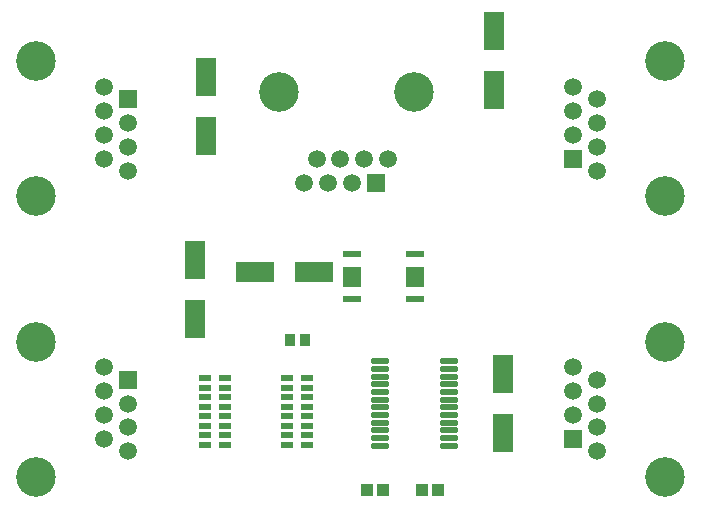
<source format=gts>
G04*
G04 #@! TF.GenerationSoftware,Altium Limited,Altium Designer,22.11.1 (43)*
G04*
G04 Layer_Color=8388736*
%FSLAX25Y25*%
%MOIN*%
G70*
G04*
G04 #@! TF.SameCoordinates,86DA71BE-ED10-4D6F-9541-DF3680A4200E*
G04*
G04*
G04 #@! TF.FilePolarity,Negative*
G04*
G01*
G75*
G04:AMPARAMS|DCode=22|XSize=59.06mil|YSize=17.72mil|CornerRadius=1.95mil|HoleSize=0mil|Usage=FLASHONLY|Rotation=0.000|XOffset=0mil|YOffset=0mil|HoleType=Round|Shape=RoundedRectangle|*
%AMROUNDEDRECTD22*
21,1,0.05906,0.01382,0,0,0.0*
21,1,0.05516,0.01772,0,0,0.0*
1,1,0.00390,0.02758,-0.00691*
1,1,0.00390,-0.02758,-0.00691*
1,1,0.00390,-0.02758,0.00691*
1,1,0.00390,0.02758,0.00691*
%
%ADD22ROUNDEDRECTD22*%
%ADD24R,0.06000X0.02000*%
%ADD25R,0.06000X0.07000*%
%ADD26R,0.06699X0.12998*%
%ADD27R,0.12998X0.06699*%
%ADD28R,0.03943X0.04337*%
%ADD29R,0.03943X0.02172*%
%ADD30R,0.03747X0.04140*%
%ADD31R,0.05904X0.05904*%
%ADD32C,0.05904*%
%ADD33C,0.13195*%
%ADD34R,0.05904X0.05904*%
D22*
X170917Y55575D02*
D03*
Y53016D02*
D03*
Y50457D02*
D03*
Y47898D02*
D03*
Y45339D02*
D03*
Y42779D02*
D03*
Y40220D02*
D03*
Y37661D02*
D03*
Y35102D02*
D03*
Y32543D02*
D03*
Y29984D02*
D03*
Y27425D02*
D03*
X148083D02*
D03*
Y29984D02*
D03*
Y32543D02*
D03*
Y35102D02*
D03*
Y37661D02*
D03*
Y40220D02*
D03*
Y42779D02*
D03*
Y45339D02*
D03*
Y47898D02*
D03*
Y50457D02*
D03*
Y53016D02*
D03*
Y55575D02*
D03*
D24*
X159815Y76250D02*
D03*
Y91289D02*
D03*
X138615D02*
D03*
Y76250D02*
D03*
D25*
X159815Y83769D02*
D03*
X138615D02*
D03*
D26*
X86200Y89342D02*
D03*
Y69657D02*
D03*
X186048Y165594D02*
D03*
Y145909D02*
D03*
X188900Y51385D02*
D03*
Y31700D02*
D03*
X90000Y150291D02*
D03*
Y130606D02*
D03*
D27*
X106257Y85300D02*
D03*
X125943D02*
D03*
D28*
X148954Y12539D02*
D03*
X143639D02*
D03*
X162144D02*
D03*
X167459D02*
D03*
D29*
X96500Y49844D02*
D03*
Y46695D02*
D03*
Y43545D02*
D03*
Y40395D02*
D03*
Y37246D02*
D03*
Y34096D02*
D03*
Y30947D02*
D03*
Y27797D02*
D03*
X89807D02*
D03*
Y30947D02*
D03*
Y34096D02*
D03*
Y37246D02*
D03*
Y40395D02*
D03*
Y43545D02*
D03*
Y46695D02*
D03*
Y49844D02*
D03*
X123605D02*
D03*
Y46695D02*
D03*
Y43545D02*
D03*
Y40395D02*
D03*
Y37246D02*
D03*
Y34096D02*
D03*
Y30947D02*
D03*
X116912Y27797D02*
D03*
Y30947D02*
D03*
Y34096D02*
D03*
Y37246D02*
D03*
Y40395D02*
D03*
Y43545D02*
D03*
Y46695D02*
D03*
Y49844D02*
D03*
X123605Y27797D02*
D03*
D30*
X123059Y62500D02*
D03*
X117941D02*
D03*
D31*
X212359Y123032D02*
D03*
X64012Y49480D02*
D03*
Y142976D02*
D03*
X212359Y29520D02*
D03*
D32*
X220351Y119016D02*
D03*
Y127008D02*
D03*
Y135000D02*
D03*
X212359Y131024D02*
D03*
Y139016D02*
D03*
Y147008D02*
D03*
X220351Y142992D02*
D03*
X150812Y122918D02*
D03*
X142820D02*
D03*
X134828D02*
D03*
X138804Y114926D02*
D03*
X130812D02*
D03*
X122820D02*
D03*
X126836Y122918D02*
D03*
X56020Y53496D02*
D03*
Y45504D02*
D03*
Y37512D02*
D03*
X64012Y41488D02*
D03*
Y33496D02*
D03*
Y25504D02*
D03*
X56020Y29520D02*
D03*
Y146992D02*
D03*
Y139000D02*
D03*
Y131008D02*
D03*
X64012Y134984D02*
D03*
Y126992D02*
D03*
Y119000D02*
D03*
X56020Y123016D02*
D03*
X220351Y25504D02*
D03*
Y33496D02*
D03*
Y41488D02*
D03*
X212359Y37512D02*
D03*
Y45504D02*
D03*
Y53496D02*
D03*
X220351Y49480D02*
D03*
D33*
X242871Y110512D02*
D03*
Y155512D02*
D03*
X159316Y145438D02*
D03*
X114316D02*
D03*
X33500Y62000D02*
D03*
Y17000D02*
D03*
Y155496D02*
D03*
Y110496D02*
D03*
X242871Y17000D02*
D03*
Y62000D02*
D03*
D34*
X146797Y114926D02*
D03*
M02*

</source>
